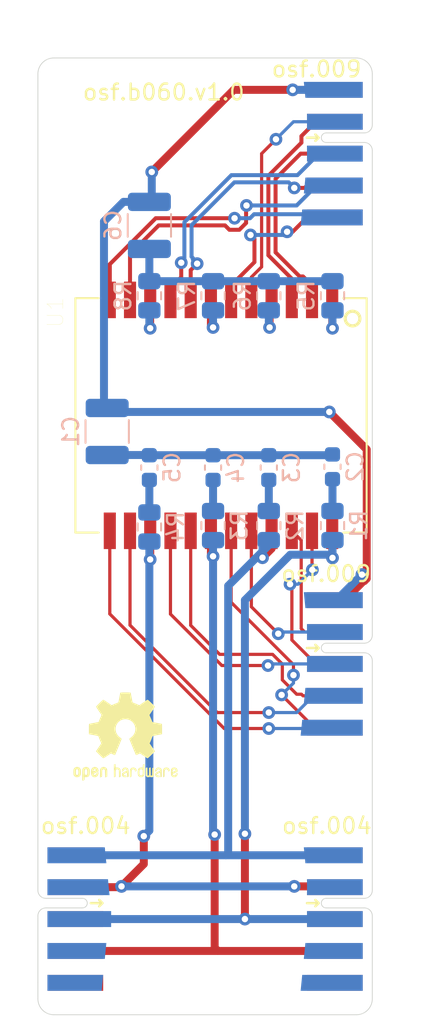
<source format=kicad_pcb>
(kicad_pcb (version 20211014) (generator pcbnew)
  (layers (0 "F.Cu" signal) (31 "B.Cu" signal) (34 "B.Paste" user) (35 "F.Paste" user) (36 "B.SilkS" user "B.Silkscreen") (37 "F.SilkS" user "F.Silkscreen") (38 "B.Mask" user) (39 "F.Mask" user) (44 "Edge.Cuts" user))
  (net 0 "")
  (net 1 "Net-(C1-Pad2)")
  (net 2 "Earth")
  (net 3 "Net-(C2-Pad1)")
  (net 4 "Net-(C3-Pad1)")
  (net 5 "Net-(C4-Pad1)")
  (net 6 "Net-(C5-Pad1)")
  (net 7 "Net-(C6-Pad2)")
  (net 8 "/CT_78")
  (net 9 "/CT_45")
  (net 10 "/CT_36")
  (net 11 "/CT_12")
  (net 12 "Net-(R5-Pad2)")
  (net 13 "Net-(R6-Pad2)")
  (net 14 "Net-(R7-Pad2)")
  (net 15 "Net-(R8-Pad2)")
  (net 16 "Net-(J19-Pad2)")
  (net 17 "Net-(J19-Pad7)")
  (net 18 "Net-(J19-Pad8)")
  (net 19 "Net-(J19-Pad9)")
  (net 20 "Net-(J19-Pad5)")
  (net 21 "Net-(J19-Pad4)")
  (net 22 "Net-(J19-Pad10)")
  (net 23 "Net-(J21-Pad10)")
  (net 24 "Net-(J21-Pad4)")
  (net 25 "Net-(J21-Pad5)")
  (net 26 "Net-(J21-Pad9)")
  (net 27 "Net-(J21-Pad8)")
  (net 28 "Net-(J21-Pad7)")
  (net 29 "Net-(J21-Pad2)")
  (net 30 "Net-(J19-Pad3)")
  (net 31 "Net-(J21-Pad3)")
  (footprint "AI-footprints:XFMR_7490220122" (layer "F.Cu") (at 141 119.4125 -90)
    (fp_text reference "U1" (at -6.4625 10.4 90) (layer "F.SilkS") (effects (font (thickness 0.015))))
    (fp_text value "WE7490220122")
    (pad "1" smd rect locked (at -7.24 -6.985 270) (size 2.29 0.76) (layers "F.Cu" "F.Paste" "F.Mask") (net 12 "Net-(R5-Pad2)"))
    (pad "2" smd rect locked (at -7.24 -5.715 270) (size 2.29 0.76) (layers "F.Cu" "F.Paste" "F.Mask") (net 31 "Net-(J21-Pad3)"))
    (pad "3" smd rect locked (at -7.24 -4.445 270) (size 2.29 0.76) (layers "F.Cu" "F.Paste" "F.Mask") (net 29 "Net-(J21-Pad2)"))
    (pad "4" smd rect locked (at -7.24 -3.175 270) (size 2.29 0.76) (layers "F.Cu" "F.Paste" "F.Mask") (net 13 "Net-(R6-Pad2)"))
    (pad "5" smd rect locked (at -7.24 -1.905 270) (size 2.29 0.76) (layers "F.Cu" "F.Paste" "F.Mask") (net 28 "Net-(J21-Pad7)"))
    (pad "6" smd rect locked (at -7.24 -0.635 270) (size 2.29 0.76) (layers "F.Cu" "F.Paste" "F.Mask") (net 25 "Net-(J21-Pad5)"))
    (pad "7" smd rect locked (at -7.24 0.635 270) (size 2.29 0.76) (layers "F.Cu" "F.Paste" "F.Mask") (net 14 "Net-(R7-Pad2)"))
    (pad "8" smd rect locked (at -7.24 1.905 270) (size 2.29 0.76) (layers "F.Cu" "F.Paste" "F.Mask") (net 24 "Net-(J21-Pad4)"))
    (pad "9" smd rect locked (at -7.24 3.175 270) (size 2.29 0.76) (layers "F.Cu" "F.Paste" "F.Mask") (net 27 "Net-(J21-Pad8)"))
    (pad "10" smd rect locked (at -7.24 4.445 270) (size 2.29 0.76) (layers "F.Cu" "F.Paste" "F.Mask") (net 15 "Net-(R8-Pad2)"))
    (pad "11" smd rect locked (at -7.24 5.715 270) (size 2.29 0.76) (layers "F.Cu" "F.Paste" "F.Mask") (net 26 "Net-(J21-Pad9)"))
    (pad "12" smd rect locked (at -7.24 6.985 270) (size 2.29 0.76) (layers "F.Cu" "F.Paste" "F.Mask") (net 23 "Net-(J21-Pad10)"))
    (pad "13" smd rect locked (at 7.24 6.985 270) (size 2.29 0.76) (layers "F.Cu" "F.Paste" "F.Mask") (net 22 "Net-(J19-Pad10)"))
    (pad "14" smd rect locked (at 7.24 5.715 270) (size 2.29 0.76) (layers "F.Cu" "F.Paste" "F.Mask") (net 19 "Net-(J19-Pad9)"))
    (pad "15" smd rect locked (at 7.24 4.445 270) (size 2.29 0.76) (layers "F.Cu" "F.Paste" "F.Mask") (net 11 "/CT_12"))
    (pad "16" smd rect locked (at 7.24 3.175 270) (size 2.29 0.76) (layers "F.Cu" "F.Paste" "F.Mask") (net 18 "Net-(J19-Pad8)"))
    (pad "17" smd rect locked (at 7.24 1.905 270) (size 2.29 0.76) (layers "F.Cu" "F.Paste" "F.Mask") (net 21 "Net-(J19-Pad4)"))
    (pad "18" smd rect locked (at 7.24 0.635 270) (size 2.29 0.76) (layers "F.Cu" "F.Paste" "F.Mask") (net 10 "/CT_36"))
    (pad "19" smd rect locked (at 7.24 -0.635 270) (size 2.29 0.76) (layers "F.Cu" "F.Paste" "F.Mask") (net 20 "Net-(J19-Pad5)"))
    (pad "20" smd rect locked (at 7.24 -1.905 270) (size 2.29 0.76) (layers "F.Cu" "F.Paste" "F.Mask") (net 17 "Net-(J19-Pad7)"))
    (pad "21" smd rect locked (at 7.24 -3.175 270) (size 2.29 0.76) (layers "F.Cu" "F.Paste" "F.Mask") (net 9 "/CT_45"))
    (pad "22" smd rect locked (at 7.24 -4.445 270) (size 2.29 0.76) (layers "F.Cu" "F.Paste" "F.Mask") (net 16 "Net-(J19-Pad2)"))
    (pad "23" smd rect locked (at 7.24 -5.715 270) (size 2.29 0.76) (layers "F.Cu" "F.Paste" "F.Mask") (net 30 "Net-(J19-Pad3)"))
    (pad "24" smd rect locked (at 7.24 -6.985 270) (size 2.29 0.76) (layers "F.Cu" "F.Paste" "F.Mask") (net 8 "/CT_78"))
  )
  (footprint "on_edge:on_edge_2x05_host" (layer "F.Cu") (at 150.5 135 -90)
    (fp_text reference "J19")
    (fp_text value "009_1000BASE-T_2x5")
    (fp_line (start -1.3 0.5) (end -1.3 2.9) (layer "Edge.Cuts") (width 0.05))
    (fp_line (start -4 0) (end -1.8 0) (layer "Edge.Cuts") (width 0.05))
    (fp_line (start -0.2 0) (end 4 0) (layer "Edge.Cuts") (width 0.05))
    (fp_line (start -0.7 2.9) (end -0.7 0.5) (layer "Edge.Cuts") (width 0.05))
    (fp_arc (start -0.7 0.5) (mid -0.553553 0.146447) (end -0.2 0) (layer "Edge.Cuts") (width 0.05))
    (fp_arc (start -0.7 2.9) (mid -1 3.2) (end -1.3 2.9) (layer "Edge.Cuts") (width 0.05))
    (fp_arc (start -1.8 0) (mid -1.446447 0.146447) (end -1.3 0.5) (layer "Edge.Cuts") (width 0.05))
    (pad "1" smd rect (at -4 2.35 270) (size 1 3.5) (layers "F.Cu" "F.Mask") (net 2 "Earth"))
    (pad "2" smd rect (at -2 2.35 270) (size 1 3.5) (layers "F.Cu" "F.Mask") (net 16 "Net-(J19-Pad2)"))
    (pad "3" smd rect (at 0 2.35 270) (size 1 3.5) (layers "F.Cu" "F.Mask") (net 30 "Net-(J19-Pad3)"))
    (pad "4" smd rect (at 2 2.35 270) (size 1 3.5) (layers "F.Cu" "F.Mask") (net 21 "Net-(J19-Pad4)"))
    (pad "5" smd rect (at 4 2.35 270) (size 1 3.5) (layers "F.Cu" "F.Mask") (net 20 "Net-(J19-Pad5)"))
    (pad "6" smd custom (at -4 2.4 90) (size 1 3.6) (layers "B.Cu" "B.Mask") (net 2 "Earth") (options (clearance outline) (anchor rect)) (primitives (gr_poly (pts (xy 0.5 -1.8) (xy -0.5 -1.8) (xy 0.5 -1.9)) (width 0) (fill yes))))
    (pad "7" smd rect (at -2 2.35 90) (size 1 3.5) (layers "B.Cu" "B.Mask") (net 17 "Net-(J19-Pad7)"))
    (pad "8" smd rect (at 0 2.35 90) (size 1 3.5) (layers "B.Cu" "B.Mask") (net 18 "Net-(J19-Pad8)"))
    (pad "9" smd custom (at 2 2.4 90) (size 1 3.6) (layers "B.Cu" "B.Mask") (net 19 "Net-(J19-Pad9)") (options (clearance outline) (anchor rect)) (primitives (gr_poly (pts (xy 0.5 -1.8) (xy -0.5 -1.8) (xy -0.5 -1.9)) (width 0) (fill yes))))
    (pad "10" smd custom (at 4 2.5 90) (size 1 3.8) (layers "B.Cu" "B.Mask") (net 22 "Net-(J19-Pad10)") (options (clearance outline) (anchor rect)) (primitives (gr_poly (pts (xy 0.5 -1.9) (xy -0.5 -1.9) (xy -0.5 -2)) (width 0) (fill yes))))
  )
  (footprint "on_edge:on_edge_2x05_host" (layer "F.Cu") (at 150.5 151 -90)
    (fp_text reference "J20")
    (fp_text value "004_BASE-T_CT_2x3")
    (fp_line (start -0.2 0) (end 4 0) (layer "Edge.Cuts") (width 0.05))
    (fp_line (start -1.3 0.5) (end -1.3 2.9) (layer "Edge.Cuts") (width 0.05))
    (fp_line (start -4 0) (end -1.8 0) (layer "Edge.Cuts") (width 0.05))
    (fp_line (start -0.7 2.9) (end -0.7 0.5) (layer "Edge.Cuts") (width 0.05))
    (fp_arc (start -0.7 0.5) (mid -0.553553 0.146447) (end -0.2 0) (layer "Edge.Cuts") (width 0.05))
    (fp_arc (start -1.8 0) (mid -1.446447 0.146447) (end -1.3 0.5) (layer "Edge.Cuts") (width 0.05))
    (fp_arc (start -0.7 2.9) (mid -1 3.2) (end -1.3 2.9) (layer "Edge.Cuts") (width 0.05))
    (pad "1" smd rect (at -4 2.35 270) (size 1 3.5) (layers "F.Cu" "F.Mask"))
    (pad "2" smd rect (at -2 2.35 270) (size 1 3.5) (layers "F.Cu" "F.Mask") (net 11 "/CT_12"))
    (pad "3" smd rect (at 0 2.35 270) (size 1 3.5) (layers "F.Cu" "F.Mask"))
    (pad "4" smd rect (at 2 2.35 270) (size 1 3.5) (layers "F.Cu" "F.Mask") (net 10 "/CT_36"))
    (pad "5" smd rect (at 4 2.35 270) (size 1 3.5) (layers "F.Cu" "F.Mask"))
    (pad "6" smd custom (at -4 2.4 90) (size 1 3.6) (layers "B.Cu" "B.Mask") (net 9 "/CT_45") (options (clearance outline) (anchor rect)) (primitives (gr_poly (pts (xy 0.5 -1.8) (xy -0.5 -1.8) (xy 0.5 -1.9)) (width 0) (fill yes))))
    (pad "7" smd rect (at -2 2.35 90) (size 1 3.5) (layers "B.Cu" "B.Mask"))
    (pad "8" smd rect (at 0 2.35 90) (size 1 3.5) (layers "B.Cu" "B.Mask") (net 8 "/CT_78"))
    (pad "9" smd custom (at 2 2.4 90) (size 1 3.6) (layers "B.Cu" "B.Mask") (options (clearance outline) (anchor rect)) (primitives (gr_poly (pts (xy 0.5 -1.8) (xy -0.5 -1.8) (xy -0.5 -1.9)) (width 0) (fill yes))))
    (pad "10" smd custom (at 4 2.5 90) (size 1 3.8) (layers "B.Cu" "B.Mask") (options (clearance outline) (anchor rect)) (primitives (gr_poly (pts (xy 0.5 -1.9) (xy -0.5 -1.9) (xy -0.5 -2)) (width 0) (fill yes))))
  )
  (footprint "on_edge:on_edge_2x05_host" (layer "F.Cu") (at 150.5 103 -90)
    (fp_text reference "J21")
    (fp_text value "009_1000BASE-T_2x5")
    (fp_line (start -1.3 0.5) (end -1.3 2.9) (layer "Edge.Cuts") (width 0.05))
    (fp_line (start -4 0) (end -1.8 0) (layer "Edge.Cuts") (width 0.05))
    (fp_line (start -0.7 2.9) (end -0.7 0.5) (layer "Edge.Cuts") (width 0.05))
    (fp_line (start -0.2 0) (end 4 0) (layer "Edge.Cuts") (width 0.05))
    (fp_arc (start -0.7 0.5) (mid -0.553553 0.146447) (end -0.2 0) (layer "Edge.Cuts") (width 0.05))
    (fp_arc (start -1.8 0) (mid -1.446447 0.146447) (end -1.3 0.5) (layer "Edge.Cuts") (width 0.05))
    (fp_arc (start -0.7 2.9) (mid -1 3.2) (end -1.3 2.9) (layer "Edge.Cuts") (width 0.05))
    (pad "1" smd rect (at -4 2.35 270) (size 1 3.5) (layers "F.Cu" "F.Mask") (net 2 "Earth"))
    (pad "2" smd rect (at -2 2.35 270) (size 1 3.5) (layers "F.Cu" "F.Mask") (net 29 "Net-(J21-Pad2)"))
    (pad "3" smd rect (at 0 2.35 270) (size 1 3.5) (layers "F.Cu" "F.Mask") (net 31 "Net-(J21-Pad3)"))
    (pad "4" smd rect (at 2 2.35 270) (size 1 3.5) (layers "F.Cu" "F.Mask") (net 24 "Net-(J21-Pad4)"))
    (pad "5" smd rect (at 4 2.35 270) (size 1 3.5) (layers "F.Cu" "F.Mask") (net 25 "Net-(J21-Pad5)"))
    (pad "6" smd custom (at -4 2.4 90) (size 1 3.6) (layers "B.Cu" "B.Mask") (net 2 "Earth") (options (clearance outline) (anchor rect)) (primitives (gr_poly (pts (xy 0.5 -1.8) (xy -0.5 -1.8) (xy 0.5 -1.9)) (width 0) (fill yes))))
    (pad "7" smd rect (at -2 2.35 90) (size 1 3.5) (layers "B.Cu" "B.Mask") (net 28 "Net-(J21-Pad7)"))
    (pad "8" smd rect (at 0 2.35 90) (size 1 3.5) (layers "B.Cu" "B.Mask") (net 27 "Net-(J21-Pad8)"))
    (pad "9" smd custom (at 2 2.4 90) (size 1 3.6) (layers "B.Cu" "B.Mask") (net 26 "Net-(J21-Pad9)") (options (clearance outline) (anchor rect)) (primitives (gr_poly (pts (xy 0.5 -1.8) (xy -0.5 -1.8) (xy -0.5 -1.9)) (width 0) (fill yes))))
    (pad "10" smd custom (at 4 2.5 90) (size 1 3.8) (layers "B.Cu" "B.Mask") (net 23 "Net-(J21-Pad10)") (options (clearance outline) (anchor rect)) (primitives (gr_poly (pts (xy 0.5 -1.9) (xy -0.5 -1.9) (xy -0.5 -2)) (width 0) (fill yes))))
  )
  (footprint "on_edge:on_edge_2x05_device" (layer "F.Cu") (at 129.5 151 -90)
    (fp_text reference "J1")
    (fp_text value "004_BASE-T_CT_2x3")
    (fp_line (start -4 0) (end -1.8 0) (layer "Edge.Cuts") (width 0.05))
    (fp_line (start -0.7 -0.5) (end -0.7 -2.8) (layer "Edge.Cuts") (width 0.05))
    (fp_line (start -1.3 -2.8) (end -1.3 -0.5) (layer "Edge.Cuts") (width 0.05))
    (fp_line (start -0.2 0) (end 4 0) (layer "Edge.Cuts") (width 0.05))
    (fp_arc (start -0.2 0) (mid -0.553553 -0.146447) (end -0.7 -0.5) (layer "Edge.Cuts") (width 0.05))
    (fp_arc (start -1.3 -0.5) (mid -1.446447 -0.146447) (end -1.8 0) (layer "Edge.Cuts") (width 0.05))
    (fp_arc (start -1.3 -2.8) (mid -1 -3.1) (end -0.7 -2.8) (layer "Edge.Cuts") (width 0.05))
    (pad "1" smd rect (at -4 -2.35 90) (size 1 3.5) (layers "F.Cu" "F.Mask"))
    (pad "2" smd rect (at -2 -2.35 270) (size 1 3.5) (layers "F.Cu" "F.Mask") (net 11 "/CT_12"))
    (pad "3" smd rect (at 0 -2.35 270) (size 1 3.5) (layers "F.Cu" "F.Mask"))
    (pad "4" smd rect (at 2 -2.35 90) (size 1 3.5) (layers "F.Cu" "F.Mask") (net 10 "/CT_36"))
    (pad "5" smd rect (at 4 -2.35 90) (size 1 3.5) (layers "F.Cu" "F.Mask"))
    (pad "6" smd custom (at -4 -2.4 270) (size 1 3.6) (layers "B.Cu" "B.Mask") (net 9 "/CT_45") (options (clearance outline) (anchor rect)) (primitives (gr_poly (pts (xy 0.5 -1.8) (xy 0.5 -1.9) (xy -0.5 -1.8)) (width 0) (fill yes))))
    (pad "7" smd custom (at -2 -2.1 270) (size 1 3) (layers "B.Cu" "B.Mask") (options (clearance outline) (anchor rect)) (primitives (gr_poly (pts (xy 0.3 -0.51) (xy 0.31 -0.62) (xy 0.33 -0.7) (xy 0.35 -0.76) (xy 0.37 -0.81) (xy 0.4 -0.86) (xy 0.44 -0.92) (xy 0.48 -0.97) (xy 0.5 -0.99) (xy 0.5 -2.4) (xy -0.5 -2.3) (xy -0.5 1.5) (xy 0.3 1.5)) (width 0) (fill yes))))
    (pad "8" smd rect (at 0 -2.6 270) (size 1 4) (layers "B.Cu" "B.Mask") (net 8 "/CT_78"))
    (pad "9" smd custom (at 2 -2.4 270) (size 1 3.6) (layers "B.Cu" "B.Mask") (options (clearance outline) (anchor rect)) (primitives (gr_poly (pts (xy -0.5 -1.8) (xy -0.5 -1.9) (xy 0.5 -1.8)) (width 0) (fill yes))))
    (pad "10" smd custom (at 4 -2.3 270) (size 1 3.4) (layers "B.Cu" "B.Mask") (options (clearance outline) (anchor rect)) (primitives (gr_poly (pts (xy -0.5 -1.7) (xy -0.5 -1.8) (xy 0.5 -1.7)) (width 0) (fill yes))))
  )
  (footprint "Symbol:OSHW-Logo2_7.3x6mm_SilkScreen" (layer "F.Cu") (at 135 139.55)
    (fp_text reference "l1" hide)
    (fp_text value "Logo_Open_Hardware_Large" hide)
  )
  (footprint "Capacitor_SMD:C_1210_3225Metric" (layer "B.Cu") (at 133.85 120.425 -90)
    (fp_text reference "C1" (at 0 2.28 90) (layer "B.SilkS") (effects (justify mirror)))
    (fp_text value "1nF_2kV")
    (pad "1" smd roundrect (at -1.475 0 270) (size 1.15 2.7) (layers "B.Cu" "B.Paste" "B.Mask") (roundrect_rratio 0.217391) (net 2 "Earth"))
    (pad "2" smd roundrect (at 1.475 0 270) (size 1.15 2.7) (layers "B.Cu" "B.Paste" "B.Mask") (roundrect_rratio 0.217391) (net 1 "Net-(C1-Pad2)"))
  )
  (footprint "Capacitor_SMD:C_0603_1608Metric" (layer "B.Cu") (at 148 122.6375 90)
    (fp_text reference "C2" (at 0 1.43 90) (layer "B.SilkS") (effects (justify mirror)))
    (fp_text value "10nF_100V")
    (pad "1" smd roundrect (at -0.775 0 90) (size 0.9 0.95) (layers "B.Cu" "B.Paste" "B.Mask") (net 3 "Net-(C2-Pad1)"))
    (pad "2" smd roundrect (at 0.775 0 90) (size 0.9 0.95) (layers "B.Cu" "B.Paste" "B.Mask") (net 1 "Net-(C1-Pad2)"))
  )
  (footprint "Capacitor_SMD:C_0603_1608Metric" (layer "B.Cu") (at 144 122.6875 90)
    (fp_text reference "C3" (at 0 1.43 90) (layer "B.SilkS") (effects (justify mirror)))
    (fp_text value "10nF_100V")
    (pad "1" smd roundrect (at -0.775 0 90) (size 0.9 0.95) (layers "B.Cu" "B.Paste" "B.Mask") (net 4 "Net-(C3-Pad1)"))
    (pad "2" smd roundrect (at 0.775 0 90) (size 0.9 0.95) (layers "B.Cu" "B.Paste" "B.Mask") (net 1 "Net-(C1-Pad2)"))
  )
  (footprint "Capacitor_SMD:C_0603_1608Metric" (layer "B.Cu") (at 140.5 122.6875 90)
    (fp_text reference "C4" (at 0 1.43 90) (layer "B.SilkS") (effects (justify mirror)))
    (fp_text value "10nF_100V")
    (pad "1" smd roundrect (at -0.775 0 90) (size 0.9 0.95) (layers "B.Cu" "B.Paste" "B.Mask") (net 5 "Net-(C4-Pad1)"))
    (pad "2" smd roundrect (at 0.775 0 90) (size 0.9 0.95) (layers "B.Cu" "B.Paste" "B.Mask") (net 1 "Net-(C1-Pad2)"))
  )
  (footprint "Capacitor_SMD:C_0603_1608Metric" (layer "B.Cu") (at 136.5 122.6875 90)
    (fp_text reference "C5" (at 0 1.43 90) (layer "B.SilkS") (effects (justify mirror)))
    (fp_text value "10nF_100V")
    (pad "1" smd roundrect (at -0.775 0 90) (size 0.9 0.95) (layers "B.Cu" "B.Paste" "B.Mask") (net 6 "Net-(C5-Pad1)"))
    (pad "2" smd roundrect (at 0.775 0 90) (size 0.9 0.95) (layers "B.Cu" "B.Paste" "B.Mask") (net 1 "Net-(C1-Pad2)"))
  )
  (footprint "Capacitor_SMD:C_1210_3225Metric" (layer "B.Cu") (at 136.5 107.5 -90)
    (fp_text reference "C6" (at 0 2.28 90) (layer "B.SilkS") (effects (justify mirror)))
    (fp_text value "1nF_2kV")
    (pad "1" smd roundrect (at -1.475 0 270) (size 1.15 2.7) (layers "B.Cu" "B.Paste" "B.Mask") (roundrect_rratio 0.217391) (net 2 "Earth"))
    (pad "2" smd roundrect (at 1.475 0 270) (size 1.15 2.7) (layers "B.Cu" "B.Paste" "B.Mask") (roundrect_rratio 0.217391) (net 7 "Net-(C6-Pad2)"))
  )
  (footprint "Resistor_SMD:R_0805_2012Metric" (layer "B.Cu") (at 144 126.325 90)
    (fp_text reference "R2" (at 0 1.65 90) (layer "B.SilkS") (effects (justify mirror)))
    (fp_text value "75R")
    (pad "1" smd roundrect (at -0.9125 0 90) (size 1.025 1.4) (layers "B.Cu" "B.Paste" "B.Mask") (roundrect_rratio 0.243902) (net 9 "/CT_45"))
    (pad "2" smd roundrect (at 0.9125 0 90) (size 1.025 1.4) (layers "B.Cu" "B.Paste" "B.Mask") (roundrect_rratio 0.243902) (net 4 "Net-(C3-Pad1)"))
  )
  (footprint "Resistor_SMD:R_0805_2012Metric" (layer "B.Cu") (at 140.5 126.325 90)
    (fp_text reference "R3" (at 0 1.65 90) (layer "B.SilkS") (effects (justify mirror)))
    (fp_text value "75R")
    (pad "1" smd roundrect (at -0.9125 0 90) (size 1.025 1.4) (layers "B.Cu" "B.Paste" "B.Mask") (roundrect_rratio 0.243902) (net 10 "/CT_36"))
    (pad "2" smd roundrect (at 0.9125 0 90) (size 1.025 1.4) (layers "B.Cu" "B.Paste" "B.Mask") (roundrect_rratio 0.243902) (net 5 "Net-(C4-Pad1)"))
  )
  (footprint "Resistor_SMD:R_0805_2012Metric" (layer "B.Cu") (at 136.5 126.4125 90)
    (fp_text reference "R4" (at 0 1.65 90) (layer "B.SilkS") (effects (justify mirror)))
    (fp_text value "75R")
    (pad "1" smd roundrect (at -0.9125 0 90) (size 1.025 1.4) (layers "B.Cu" "B.Paste" "B.Mask") (roundrect_rratio 0.243902) (net 11 "/CT_12"))
    (pad "2" smd roundrect (at 0.9125 0 90) (size 1.025 1.4) (layers "B.Cu" "B.Paste" "B.Mask") (roundrect_rratio 0.243902) (net 6 "Net-(C5-Pad1)"))
  )
  (footprint "Resistor_SMD:R_0805_2012Metric" (layer "B.Cu") (at 148 111.9125 -90)
    (fp_text reference "R5" (at 0 1.65 90) (layer "B.SilkS") (effects (justify mirror)))
    (fp_text value "75R")
    (pad "1" smd roundrect (at -0.9125 0 270) (size 1.025 1.4) (layers "B.Cu" "B.Paste" "B.Mask") (roundrect_rratio 0.243902) (net 7 "Net-(C6-Pad2)"))
    (pad "2" smd roundrect (at 0.9125 0 270) (size 1.025 1.4) (layers "B.Cu" "B.Paste" "B.Mask") (roundrect_rratio 0.243902) (net 12 "Net-(R5-Pad2)"))
  )
  (footprint "Resistor_SMD:R_0805_2012Metric" (layer "B.Cu") (at 144 111.9125 -90)
    (fp_text reference "R6" (at 0 1.65 90) (layer "B.SilkS") (effects (justify mirror)))
    (fp_text value "75R")
    (pad "1" smd roundrect (at -0.9125 0 270) (size 1.025 1.4) (layers "B.Cu" "B.Paste" "B.Mask") (roundrect_rratio 0.243902) (net 7 "Net-(C6-Pad2)"))
    (pad "2" smd roundrect (at 0.9125 0 270) (size 1.025 1.4) (layers "B.Cu" "B.Paste" "B.Mask") (roundrect_rratio 0.243902) (net 13 "Net-(R6-Pad2)"))
  )
  (footprint "Resistor_SMD:R_0805_2012Metric" (layer "B.Cu") (at 140.5 111.9125 -90)
    (fp_text reference "R7" (at 0 1.65 90) (layer "B.SilkS") (effects (justify mirror)))
    (fp_text value "75R")
    (pad "1" smd roundrect (at -0.9125 0 270) (size 1.025 1.4) (layers "B.Cu" "B.Paste" "B.Mask") (roundrect_rratio 0.243902) (net 7 "Net-(C6-Pad2)"))
    (pad "2" smd roundrect (at 0.9125 0 270) (size 1.025 1.4) (layers "B.Cu" "B.Paste" "B.Mask") (roundrect_rratio 0.243902) (net 14 "Net-(R7-Pad2)"))
  )
  (footprint "Resistor_SMD:R_0805_2012Metric" (layer "B.Cu") (at 136.5 111.9125 -90)
    (fp_text reference "R8" (at 0 1.65 90) (layer "B.SilkS") (effects (justify mirror)))
    (fp_text value "75R")
    (pad "1" smd roundrect (at -0.9125 0 270) (size 1.025 1.4) (layers "B.Cu" "B.Paste" "B.Mask") (roundrect_rratio 0.243902) (net 7 "Net-(C6-Pad2)"))
    (pad "2" smd roundrect (at 0.9125 0 270) (size 1.025 1.4) (layers "B.Cu" "B.Paste" "B.Mask") (roundrect_rratio 0.243902) (net 15 "Net-(R8-Pad2)"))
  )
  (footprint "Resistor_SMD:R_0805_2012Metric" (layer "B.Cu") (at 148 126.325 90)
    (fp_text reference "R1" (at 0 1.65 90) (layer "B.SilkS") (effects (justify mirror)))
    (fp_text value "75R")
    (pad "1" smd roundrect (at -0.9125 0 90) (size 1.025 1.4) (layers "B.Cu" "B.Paste" "B.Mask") (roundrect_rratio 0.243902) (net 8 "/CT_78"))
    (pad "2" smd roundrect (at 0.9125 0 90) (size 1.025 1.4) (layers "B.Cu" "B.Paste" "B.Mask") (roundrect_rratio 0.243902) (net 3 "Net-(C2-Pad1)"))
  )
  (gr_arc (start 130.5 157) (mid 129.792893 156.707107) (end 129.5 156) (layer "Edge.Cuts") (width 0.05))
  (gr_line (start 149.5 97) (end 130.5 97) (layer "Edge.Cuts") (width 0.05))
  (gr_line (start 149.5 157) (end 130.5 157) (layer "Edge.Cuts") (width 0.05))
  (gr_line (start 150.5 98.5) (end 150.5 98) (layer "Edge.Cuts") (width 0.05))
  (gr_line (start 150.5 99) (end 150.5 98.5) (layer "Edge.Cuts") (width 0.05))
  (gr_line (start 150.5 139) (end 150.5 147) (layer "Edge.Cuts") (width 0.05))
  (gr_arc (start 149.5 97) (mid 150.207107 97.292893) (end 150.5 98) (layer "Edge.Cuts") (width 0.05))
  (gr_line (start 129.5 155) (end 129.5 156) (layer "Edge.Cuts") (width 0.05))
  (gr_arc (start 150.5 156) (mid 150.207107 156.707107) (end 149.5 157) (layer "Edge.Cuts") (width 0.05))
  (gr_line (start 150.5 155) (end 150.5 156) (layer "Edge.Cuts") (width 0.05))
  (gr_line (start 150.5 107) (end 150.5 131) (layer "Edge.Cuts") (width 0.05))
  (gr_line (start 129.5 147) (end 129.5 98) (layer "Edge.Cuts") (width 0.05))
  (gr_arc (start 129.5 98) (mid 129.792893 97.292893) (end 130.5 97) (layer "Edge.Cuts") (width 0.05))
  (gr_text "osf.004" (at 147.65 145.15) (layer "F.SilkS") (effects (font (size 1 1))))
  (gr_text "osf.004" (at 132.5 145.15) (layer "F.SilkS") (effects (font (size 1 1))))
  (gr_text "osf.009" (at 147.6 129.35) (layer "F.SilkS") (effects (font (size 1 1))))
  (gr_text "osf.009" (at 147 97.7) (layer "F.SilkS") (effects (font (size 1 1))))
  (gr_text "osf.b060.v1.0" (at 137.4 99.15) (layer "F.SilkS") (effects (font (size 1 1))))
  (segment (start 136.4875 121.9) (end 136.5 121.9125) (width 0.5) (layer "B.Cu") (net 1))
  (segment (start 147.95 121.9125) (end 148 121.8625) (width 0.5) (layer "B.Cu") (net 1))
  (segment (start 133.85 121.9) (end 136.4875 121.9) (width 0.5) (layer "B.Cu") (net 1))
  (segment (start 136.5 121.9125) (end 140.5 121.9125) (width 0.5) (layer "B.Cu") (net 1))
  (segment (start 144 121.9125) (end 147.95 121.9125) (width 0.5) (layer "B.Cu") (net 1))
  (segment (start 140.5 121.9125) (end 144 121.9125) (width 0.5) (layer "B.Cu") (net 1))
  (segment (start 149.95 129.8) (end 150 129.8) (width 0.5) (layer "F.Cu") (net 2))
  (segment (start 148.75 131) (end 149.95 129.8) (width 0.5) (layer "F.Cu") (net 2))
  (segment (start 149.85 129.4) (end 150.1 129.65) (width 0.5) (layer "F.Cu") (net 2))
  (segment (start 148.15 131) (end 148.75 131) (width 0.5) (layer "F.Cu") (net 2))
  (segment (start 150.15 129.65) (end 150.15 122.65) (width 0.5) (layer "F.Cu") (net 2))
  (segment (start 141.8 99) (end 136.65 104.15) (width 0.5) (layer "F.Cu") (net 2))
  (segment (start 150.15 122.65) (end 150.15 121.55) (width 0.5) (layer "F.Cu") (net 2))
  (segment (start 150 129.8) (end 150.15 129.65) (width 0.5) (layer "F.Cu") (net 2))
  (segment (start 150.1 129.65) (end 150.15 129.65) (width 0.5) (layer "F.Cu") (net 2))
  (segment (start 148.15 99) (end 145.5 99) (width 0.5) (layer "F.Cu") (net 2))
  (segment (start 145.5 99) (end 141.8 99) (width 0.5) (layer "F.Cu") (net 2))
  (segment (start 150.15 121.55) (end 147.8 119.2) (width 0.5) (layer "F.Cu") (net 2))
  (via (at 149.85 129.4) (size 0.8) (drill 0.4) (layers "F.Cu" "B.Cu") (net 2))
  (via (at 136.65 104.15) (size 0.8) (drill 0.4) (layers "F.Cu" "B.Cu") (net 2))
  (via (at 147.8 119.2) (size 0.8) (drill 0.4) (layers "F.Cu" "B.Cu") (net 2))
  (via (at 145.5 99) (size 0.8) (drill 0.4) (layers "F.Cu" "B.Cu") (net 2))
  (segment (start 136.65 104.15) (end 136.65 105.875) (width 0.5) (layer "B.Cu") (net 2))
  (segment (start 148.25 131) (end 149.85 129.4) (width 0.5) (layer "B.Cu") (net 2))
  (segment (start 148.1 99) (end 145.5 99) (width 0.5) (layer "B.Cu") (net 2))
  (segment (start 147.8 119.2) (end 134.1 119.2) (width 0.5) (layer "B.Cu") (net 2))
  (segment (start 134.875 106.025) (end 133.65 107.25) (width 0.5) (layer "B.Cu") (net 2))
  (segment (start 136.5 106.025) (end 134.875 106.025) (width 0.5) (layer "B.Cu") (net 2))
  (segment (start 133.65 107.25) (end 133.65 118.75) (width 0.5) (layer "B.Cu") (net 2))
  (segment (start 133.65 118.75) (end 133.85 118.95) (width 0.5) (layer "B.Cu") (net 2))
  (segment (start 148.1 131) (end 148.25 131) (width 0.5) (layer "B.Cu") (net 2))
  (segment (start 136.65 105.875) (end 136.5 106.025) (width 0.5) (layer "B.Cu") (net 2))
  (segment (start 134.1 119.2) (end 133.85 118.95) (width 0.5) (layer "B.Cu") (net 2))
  (segment (start 148 123.4125) (end 148 125.4125) (width 0.5) (layer "B.Cu") (net 3))
  (segment (start 144 123.4625) (end 144 125.4125) (width 0.5) (layer "B.Cu") (net 4))
  (segment (start 140.5 123.4625) (end 140.5 125.4125) (width 0.5) (layer "B.Cu") (net 5))
  (segment (start 136.5 123.4625) (end 136.5 125.5) (width 0.5) (layer "B.Cu") (net 6))
  (segment (start 136.5 111) (end 136.5 108.975) (width 0.5) (layer "B.Cu") (net 7))
  (segment (start 140.5 111) (end 136.5 111) (width 0.5) (layer "B.Cu") (net 7))
  (segment (start 148 111) (end 144 111) (width 0.5) (layer "B.Cu") (net 7))
  (segment (start 144 111) (end 140.5 111) (width 0.5) (layer "B.Cu") (net 7))
  (segment (start 142.5 145.65) (end 142.5 151) (width 0.5) (layer "F.Cu") (net 8))
  (segment (start 147.985 128.335) (end 148 128.35) (width 0.5) (layer "F.Cu") (net 8))
  (segment (start 147.985 126.6525) (end 147.985 128.335) (width 0.5) (layer "F.Cu") (net 8))
  (via (at 142.5 151) (size 0.8) (drill 0.4) (layers "F.Cu" "B.Cu") (net 8))
  (via (at 142.5 145.65) (size 0.8) (drill 0.4) (layers "F.Cu" "B.Cu") (net 8))
  (via (at 148 128.35) (size 0.8) (drill 0.4) (layers "F.Cu" "B.Cu") (net 8))
  (segment (start 145.35 128.15) (end 142.5 131) (width 0.5) (layer "B.Cu") (net 8))
  (segment (start 148 128.35) (end 148 127.2375) (width 0.5) (layer "B.Cu") (net 8))
  (segment (start 142.5 151) (end 148.15 151) (width 0.5) (layer "B.Cu") (net 8))
  (segment (start 148 127.2375) (end 148 128.15) (width 0.5) (layer "B.Cu") (net 8))
  (segment (start 132.1 151) (end 142.5 151) (width 0.5) (layer "B.Cu") (net 8))
  (segment (start 142.5 131) (end 142.5 145.65) (width 0.5) (layer "B.Cu") (net 8))
  (segment (start 148 128.15) (end 145.35 128.15) (width 0.5) (layer "B.Cu") (net 8))
  (segment (start 144.175 126.6525) (end 144.175 127.767932) (width 0.5) (layer "F.Cu") (net 9))
  (segment (start 144.175 127.767932) (end 143.6045 128.338432) (width 0.5) (layer "F.Cu") (net 9))
  (via (at 143.6045 128.338432) (size 0.8) (drill 0.4) (layers "F.Cu" "B.Cu") (net 9))
  (segment (start 141.45 146.85) (end 141.3 147) (width 0.5) (layer "B.Cu") (net 9))
  (segment (start 143.6045 127.633) (end 144 127.2375) (width 0.5) (layer "B.Cu") (net 9))
  (segment (start 144 127.55) (end 141.45 130.1) (width 0.5) (layer "B.Cu") (net 9))
  (segment (start 143.6045 128.338432) (end 143.6045 127.633) (width 0.5) (layer "B.Cu") (net 9))
  (segment (start 144 127.2375) (end 144 127.55) (width 0.5) (layer "B.Cu") (net 9))
  (segment (start 131.9 147) (end 141.3 147) (width 0.5) (layer "B.Cu") (net 9))
  (segment (start 141.45 130.1) (end 141.45 146.85) (width 0.5) (layer "B.Cu") (net 9))
  (segment (start 141.3 147) (end 148.1 147) (width 0.5) (layer "B.Cu") (net 9))
  (segment (start 140.6 145.7) (end 140.6 152.8) (width 0.5) (layer "F.Cu") (net 10))
  (segment (start 140.8 153) (end 148.15 153) (width 0.5) (layer "F.Cu") (net 10))
  (segment (start 140.6 152.8) (end 140.8 153) (width 0.5) (layer "F.Cu") (net 10))
  (segment (start 140.365 128.115) (end 140.5 128.25) (width 0.5) (layer "F.Cu") (net 10))
  (segment (start 131.85 153) (end 140.8 153) (width 0.5) (layer "F.Cu") (net 10))
  (segment (start 140.365 126.6525) (end 140.365 128.115) (width 0.5) (layer "F.Cu") (net 10))
  (via (at 140.6 145.7) (size 0.8) (drill 0.4) (layers "F.Cu" "B.Cu") (net 10))
  (via (at 140.5 128.25) (size 0.8) (drill 0.4) (layers "F.Cu" "B.Cu") (net 10))
  (segment (start 140.5 145.6) (end 140.6 145.7) (width 0.5) (layer "B.Cu") (net 10))
  (segment (start 140.5 128.25) (end 140.5 145.6) (width 0.5) (layer "B.Cu") (net 10))
  (segment (start 140.5 127.2375) (end 140.5 128.25) (width 0.5) (layer "B.Cu") (net 10))
  (segment (start 136.15 145.8) (end 136.15 147.55) (width 0.5) (layer "F.Cu") (net 11))
  (segment (start 136.55 128.45) (end 136.555 128.445) (width 0.5) (layer "F.Cu") (net 11))
  (segment (start 145.6 148.95) (end 148.1 148.95) (width 0.5) (layer "F.Cu") (net 11))
  (segment (start 136.15 147.55) (end 134.75 148.95) (width 0.5) (layer "F.Cu") (net 11))
  (segment (start 148.1 148.95) (end 148.15 149) (width 0.5) (layer "F.Cu") (net 11))
  (segment (start 131.85 149) (end 134.7 149) (width 0.5) (layer "F.Cu") (net 11))
  (segment (start 136.555 128.445) (end 136.555 126.6525) (width 0.5) (layer "F.Cu") (net 11))
  (segment (start 134.7 149) (end 134.75 148.95) (width 0.5) (layer "F.Cu") (net 11))
  (via (at 136.15 145.8) (size 0.8) (drill 0.4) (layers "F.Cu" "B.Cu") (net 11))
  (via (at 136.55 128.45) (size 0.8) (drill 0.4) (layers "F.Cu" "B.Cu") (net 11))
  (via (at 145.6 148.95) (size 0.8) (drill 0.4) (layers "F.Cu" "B.Cu") (net 11))
  (via (at 134.75 148.95) (size 0.8) (drill 0.4) (layers "F.Cu" "B.Cu") (net 11))
  (segment (start 136.5 128.5) (end 136.5 145.45) (width 0.5) (layer "B.Cu") (net 11))
  (segment (start 136.5 145.45) (end 136.15 145.8) (width 0.5) (layer "B.Cu") (net 11))
  (segment (start 136.5 128.4) (end 136.55 128.45) (width 0.5) (layer "B.Cu") (net 11))
  (segment (start 136.55 128.45) (end 136.5 128.5) (width 0.5) (layer "B.Cu") (net 11))
  (segment (start 134.75 148.95) (end 145.6 148.95) (width 0.5) (layer "B.Cu") (net 11))
  (segment (start 136.5 127.325) (end 136.5 128.4) (width 0.5) (layer "B.Cu") (net 11))
  (segment (start 147.985 112.1725) (end 147.985 113.935) (width 0.5) (layer "F.Cu") (net 12))
  (segment (start 147.985 113.935) (end 148 113.95) (width 0.5) (layer "F.Cu") (net 12))
  (via (at 148 113.95) (size 0.8) (drill 0.4) (layers "F.Cu" "B.Cu") (net 12))
  (segment (start 148 113.95) (end 148 112.825) (width 0.5) (layer "B.Cu") (net 12))
  (segment (start 144.05 112.2975) (end 144.175 112.1725) (width 0.5) (layer "F.Cu") (net 13))
  (segment (start 144.05 113.9) (end 144.05 112.2975) (width 0.5) (layer "F.Cu") (net 13))
  (via (at 144.05 113.9) (size 0.8) (drill 0.4) (layers "F.Cu" "B.Cu") (net 13))
  (segment (start 144 113.85) (end 144.05 113.9) (width 0.5) (layer "B.Cu") (net 13))
  (segment (start 144 112.825) (end 144 113.85) (width 0.5) (layer "B.Cu") (net 13))
  (segment (start 140.365 113.765) (end 140.5 113.9) (width 0.5) (layer "F.Cu") (net 14))
  (segment (start 140.365 112.1725) (end 140.365 113.765) (width 0.5) (layer "F.Cu") (net 14))
  (via (at 140.5 113.9) (size 0.8) (drill 0.4) (layers "F.Cu" "B.Cu") (net 14))
  (segment (start 140.5 113.9) (end 140.5 112.825) (width 0.5) (layer "B.Cu") (net 14))
  (segment (start 136.55 113.95) (end 136.55 112.1775) (width 0.5) (layer "F.Cu") (net 15))
  (segment (start 136.55 112.1775) (end 136.555 112.1725) (width 0.5) (layer "F.Cu") (net 15))
  (via (at 136.55 113.95) (size 0.8) (drill 0.4) (layers "F.Cu" "B.Cu") (net 15))
  (segment (start 136.5 112.825) (end 136.5 113.9) (width 0.5) (layer "B.Cu") (net 15))
  (segment (start 136.5 113.9) (end 136.55 113.95) (width 0.5) (layer "B.Cu") (net 15))
  (segment (start 146.25 133) (end 148.15 133) (width 0.2) (layer "F.Cu") (net 16))
  (segment (start 146.035 127.2425) (end 146.035 132.785) (width 0.2) (layer "F.Cu") (net 16))
  (segment (start 145.445 126.6525) (end 146.035 127.2425) (width 0.2) (layer "F.Cu") (net 16))
  (segment (start 146.035 132.785) (end 146.25 133) (width 0.2) (layer "F.Cu") (net 16))
  (segment (start 142.905 131.415756) (end 144.594622 133.105378) (width 0.2) (layer "F.Cu") (net 17))
  (segment (start 142.905 126.6525) (end 142.905 131.415756) (width 0.2) (layer "F.Cu") (net 17))
  (via (at 144.594622 133.105378) (size 0.8) (drill 0.4) (layers "F.Cu" "B.Cu") (net 17))
  (segment (start 144.594622 133.105378) (end 144.7 133) (width 0.2) (layer "B.Cu") (net 17))
  (segment (start 144.7 133) (end 148.15 133) (width 0.2) (layer "B.Cu") (net 17))
  (segment (start 137.825 131.875) (end 140.1 134.15) (width 0.2) (layer "F.Cu") (net 18))
  (segment (start 141.05 135.1) (end 143.95 135.1) (width 0.2) (layer "F.Cu") (net 18))
  (segment (start 137.825 126.6525) (end 137.825 131.875) (width 0.2) (layer "F.Cu") (net 18))
  (segment (start 140.1 134.15) (end 141.05 135.1) (width 0.2) (layer "F.Cu") (net 18))
  (via (at 143.95 135.1) (size 0.8) (drill 0.4) (layers "F.Cu" "B.Cu") (net 18))
  (segment (start 144.05 135) (end 148.15 135) (width 0.2) (layer "B.Cu") (net 18))
  (segment (start 143.95 135.1) (end 144.05 135) (width 0.2) (layer "B.Cu") (net 18))
  (segment (start 138.882843 136.167157) (end 140.766183 138.050497) (width 0.2) (layer "F.Cu") (net 19))
  (segment (start 140.766183 138.050497) (end 144 138.050497) (width 0.2) (layer "F.Cu") (net 19))
  (segment (start 135.285 126.6525) (end 135.285 132.569314) (width 0.2) (layer "F.Cu") (net 19))
  (segment (start 135.285 132.569314) (end 138.882843 136.167157) (width 0.2) (layer "F.Cu") (net 19))
  (via (at 144 138.050497) (size 0.8) (drill 0.4) (layers "F.Cu" "B.Cu") (net 19))
  (segment (start 145.749503 138.050497) (end 146.8 137) (width 0.2) (layer "B.Cu") (net 19))
  (segment (start 144 138.050497) (end 145.749503 138.050497) (width 0.2) (layer "B.Cu") (net 19))
  (segment (start 146.8 137) (end 148.1 137) (width 0.2) (layer "B.Cu") (net 19))
  (segment (start 141.635 131.135) (end 143.3 132.8) (width 0.2) (layer "F.Cu") (net 20))
  (segment (start 143.3 132.8) (end 145.5495 135.0495) (width 0.2) (layer "F.Cu") (net 20))
  (segment (start 145.5495 135.0495) (end 145.5495 135.7) (width 0.2) (layer "F.Cu") (net 20))
  (segment (start 141.635 126.6525) (end 141.635 131.135) (width 0.2) (layer "F.Cu") (net 20))
  (segment (start 146.860756 139) (end 148.15 139) (width 0.2) (layer "F.Cu") (net 20))
  (segment (start 144.805378 136.944622) (end 146.860756 139) (width 0.2) (layer "F.Cu") (net 20))
  (via (at 144.805378 136.944622) (size 0.8) (drill 0.4) (layers "F.Cu" "B.Cu") (net 20))
  (via (at 145.5495 135.7) (size 0.8) (drill 0.4) (layers "F.Cu" "B.Cu") (net 20))
  (segment (start 145.5495 135.7) (end 145.5495 136.2005) (width 0.2) (layer "B.Cu") (net 20))
  (segment (start 145.5495 136.2005) (end 144.805378 136.944622) (width 0.2) (layer "B.Cu") (net 20))
  (segment (start 146.15 137) (end 148.15 137) (width 0.2) (layer "F.Cu") (net 21))
  (segment (start 144.23995 134.4) (end 144.85 135.01005) (width 0.2) (layer "F.Cu") (net 21))
  (segment (start 144.85 135.01005) (end 144.85 136) (width 0.2) (layer "F.Cu") (net 21))
  (segment (start 145.75 136.9) (end 146.05 136.9) (width 0.2) (layer "F.Cu") (net 21))
  (segment (start 139.095 126.6525) (end 139.095 132.579314) (width 0.2) (layer "F.Cu") (net 21))
  (segment (start 146.05 136.9) (end 146.15 137) (width 0.2) (layer "F.Cu") (net 21))
  (segment (start 144.85 136) (end 145.75 136.9) (width 0.2) (layer "F.Cu") (net 21))
  (segment (start 140.915686 134.4) (end 144.23995 134.4) (width 0.2) (layer "F.Cu") (net 21))
  (segment (start 139.095 132.579314) (end 140.915686 134.4) (width 0.2) (layer "F.Cu") (net 21))
  (segment (start 134.015 126.6525) (end 134.015 131.865) (width 0.2) (layer "F.Cu") (net 22))
  (segment (start 134.015 131.865) (end 140.35 138.2) (width 0.2) (layer "F.Cu") (net 22))
  (segment (start 141.2 139.05) (end 144 139.05) (width 0.2) (layer "F.Cu") (net 22))
  (segment (start 140.35 138.2) (end 141.2 139.05) (width 0.2) (layer "F.Cu") (net 22))
  (via (at 144 139.05) (size 0.8) (drill 0.4) (layers "F.Cu" "B.Cu") (net 22))
  (segment (start 144 139.05) (end 147.95 139.05) (width 0.2) (layer "B.Cu") (net 22))
  (segment (start 147.95 139.05) (end 148 139) (width 0.2) (layer "B.Cu") (net 22))
  (segment (start 134.015 112.1725) (end 134.015 109.935) (width 0.25) (layer "F.Cu") (net 23))
  (segment (start 134.015 109.935) (end 136.25 107.7) (width 0.25) (layer "F.Cu") (net 23))
  (segment (start 136.25 107.7) (end 136.9 107.05) (width 0.25) (layer "F.Cu") (net 23))
  (segment (start 136.9 107.05) (end 141.85 107.05) (width 0.25) (layer "F.Cu") (net 23))
  (via (at 141.85 107.05) (size 0.8) (drill 0.4) (layers "F.Cu" "B.Cu") (net 23))
  (segment (start 147.8 106.8) (end 148 107) (width 0.25) (layer "B.Cu") (net 23))
  (segment (start 143.075305 106.8) (end 147.8 106.8) (width 0.25) (layer "B.Cu") (net 23))
  (segment (start 141.85 107.05) (end 142.825305 107.05) (width 0.25) (layer "B.Cu") (net 23))
  (segment (start 142.825305 107.05) (end 143.075305 106.8) (width 0.25) (layer "B.Cu") (net 23))
  (segment (start 139.095 110.305) (end 139.095 112.1725) (width 0.25) (layer "F.Cu") (net 24))
  (segment (start 146.25 105.15) (end 146.4 105) (width 0.25) (layer "F.Cu") (net 24))
  (segment (start 146.4 105) (end 148.15 105) (width 0.25) (layer "F.Cu") (net 24))
  (segment (start 139.5 109.9) (end 139.095 110.305) (width 0.25) (layer "F.Cu") (net 24))
  (segment (start 145.6 105.15) (end 146.25 105.15) (width 0.25) (layer "F.Cu") (net 24))
  (via (at 145.6 105.15) (size 0.8) (drill 0.4) (layers "F.Cu" "B.Cu") (net 24))
  (via (at 139.5 109.9) (size 0.8) (drill 0.4) (layers "F.Cu" "B.Cu") (net 24))
  (segment (start 141.836396 104.8) (end 139.15 107.486396) (width 0.25) (layer "B.Cu") (net 24))
  (segment (start 145.6 105.15) (end 145.25 104.8) (width 0.25) (layer "B.Cu") (net 24))
  (segment (start 139.15 107.486396) (end 139.15 109.46378) (width 0.25) (layer "B.Cu") (net 24))
  (segment (start 139.227222 109.627222) (end 139.5 109.9) (width 0.25) (layer "B.Cu") (net 24))
  (segment (start 139.227222 109.541002) (end 139.227222 109.627222) (width 0.25) (layer "B.Cu") (net 24))
  (segment (start 145.25 104.8) (end 141.836396 104.8) (width 0.25) (layer "B.Cu") (net 24))
  (segment (start 139.15 109.46378) (end 139.227222 109.541002) (width 0.25) (layer "B.Cu") (net 24))
  (segment (start 145.1495 107.9) (end 145.5 107.9) (width 0.25) (layer "F.Cu") (net 25))
  (segment (start 143.1 109.8025) (end 141.635 111.2675) (width 0.25) (layer "F.Cu") (net 25))
  (segment (start 141.635 111.2675) (end 141.635 112.1725) (width 0.25) (layer "F.Cu") (net 25))
  (segment (start 145.5 107.9) (end 146.4 107) (width 0.25) (layer "F.Cu") (net 25))
  (segment (start 142.8505 108.1) (end 143.1 108.3495) (width 0.25) (layer "F.Cu") (net 25))
  (segment (start 146.4 107) (end 148.15 107) (width 0.25) (layer "F.Cu") (net 25))
  (segment (start 143.1 108.3495) (end 143.1 109.8025) (width 0.25) (layer "F.Cu") (net 25))
  (via (at 142.8505 108.1) (size 0.8) (drill 0.4) (layers "F.Cu" "B.Cu") (net 25))
  (via (at 145.1495 107.9) (size 0.8) (drill 0.4) (layers "F.Cu" "B.Cu") (net 25))
  (segment (start 142.8505 108.1) (end 144.9495 108.1) (width 0.25) (layer "B.Cu") (net 25))
  (segment (start 144.9495 108.1) (end 145.1495 107.9) (width 0.25) (layer "B.Cu") (net 25))
  (segment (start 141.25 107.5) (end 141.4 107.65) (width 0.25) (layer "F.Cu") (net 26))
  (segment (start 142.575 107.350305) (end 142.575 106.75) (width 0.25) (layer "F.Cu") (net 26))
  (segment (start 142 107.775) (end 142.150305 107.775) (width 0.25) (layer "F.Cu") (net 26))
  (segment (start 142.575 106.275) (end 142.6 106.25) (width 0.25) (layer "F.Cu") (net 26))
  (segment (start 142.512653 107.412652) (end 142.575 107.350305) (width 0.25) (layer "F.Cu") (net 26))
  (segment (start 135.818198 108.768198) (end 137.086396 107.5) (width 0.25) (layer "F.Cu") (net 26))
  (segment (start 142.575 106.75) (end 142.575 106.275) (width 0.25) (layer "F.Cu") (net 26))
  (segment (start 137.086396 107.5) (end 139.65 107.5) (width 0.25) (layer "F.Cu") (net 26))
  (segment (start 139.65 107.5) (end 141.25 107.5) (width 0.25) (layer "F.Cu") (net 26))
  (segment (start 141.525 107.775) (end 142 107.775) (width 0.25) (layer "F.Cu") (net 26))
  (segment (start 141.4 107.65) (end 141.525 107.775) (width 0.25) (layer "F.Cu") (net 26))
  (segment (start 135.285 109.301396) (end 135.818198 108.768198) (width 0.25) (layer "F.Cu") (net 26))
  (segment (start 135.285 112.1725) (end 135.285 109.301396) (width 0.25) (layer "F.Cu") (net 26))
  (segment (start 142.150305 107.775) (end 142.512653 107.412652) (width 0.25) (layer "F.Cu") (net 26))
  (via (at 142.6 106.25) (size 0.8) (drill 0.4) (layers "F.Cu" "B.Cu") (net 26))
  (segment (start 145.75 106.25) (end 147 105) (width 0.25) (layer "B.Cu") (net 26))
  (segment (start 142.6 106.25) (end 145.75 106.25) (width 0.25) (layer "B.Cu") (net 26))
  (segment (start 147 105) (end 148.1 105) (width 0.25) (layer "B.Cu") (net 26))
  (segment (start 137.825 111.425) (end 137.825 112.1725) (width 0.25) (layer "F.Cu") (net 27))
  (segment (start 138.502222 110.747778) (end 137.825 111.425) (width 0.25) (layer "F.Cu") (net 27))
  (segment (start 138.502222 109.841307) (end 138.502222 110.747778) (width 0.25) (layer "F.Cu") (net 27))
  (via (at 138.502222 109.841307) (size 0.8) (drill 0.4) (layers "F.Cu" "B.Cu") (net 27))
  (segment (start 145.8 104.35) (end 147.15 103) (width 0.25) (layer "B.Cu") (net 27))
  (segment (start 147.15 103) (end 148.15 103) (width 0.25) (layer "B.Cu") (net 27))
  (segment (start 138.502222 109.841307) (end 138.7 109.643529) (width 0.25) (layer "B.Cu") (net 27))
  (segment (start 138.7 109.643529) (end 138.7 107.3) (width 0.25) (layer "B.Cu") (net 27))
  (segment (start 141.65 104.35) (end 145.8 104.35) (width 0.25) (layer "B.Cu") (net 27))
  (segment (start 138.7 107.3) (end 141.65 104.35) (width 0.25) (layer "B.Cu") (net 27))
  (segment (start 143.55 110.1) (end 142.905 110.745) (width 0.2) (layer "F.Cu") (net 28))
  (segment (start 142.905 110.745) (end 142.905 112.1725) (width 0.2) (layer "F.Cu") (net 28))
  (segment (start 144.45 102.1) (end 143.55 103) (width 0.2) (layer "F.Cu") (net 28))
  (segment (start 143.55 103) (end 143.55 110.1) (width 0.2) (layer "F.Cu") (net 28))
  (via (at 144.45 102.1) (size 0.8) (drill 0.4) (layers "F.Cu" "B.Cu") (net 28))
  (segment (start 145.55 101) (end 144.45 102.1) (width 0.2) (layer "B.Cu") (net 28))
  (segment (start 148.15 101) (end 145.55 101) (width 0.2) (layer "B.Cu") (net 28))
  (segment (start 143.975 104.388604) (end 146.05 102.313604) (width 0.25) (layer "F.Cu") (net 29))
  (segment (start 145.445 110.845) (end 143.975 109.375) (width 0.25) (layer "F.Cu") (net 29))
  (segment (start 143.975 109.375) (end 143.975 104.388604) (width 0.25) (layer "F.Cu") (net 29))
  (segment (start 146.05 102.313604) (end 146.05 101.9) (width 0.25) (layer "F.Cu") (net 29))
  (segment (start 145.445 112.1725) (end 145.445 110.845) (width 0.25) (layer "F.Cu") (net 29))
  (segment (start 146.95 101) (end 148.15 101) (width 0.25) (layer "F.Cu") (net 29))
  (segment (start 146.05 101.9) (end 146.95 101) (width 0.25) (layer "F.Cu") (net 29))
  (segment (start 145.45 130.1) (end 145.4355 130.1) (width 0.2) (layer "F.Cu") (net 30))
  (segment (start 145.95 134) (end 145.45 133.5) (width 0.2) (layer "F.Cu") (net 30))
  (segment (start 148.15 135) (end 146.95 135) (width 0.2) (layer "F.Cu") (net 30))
  (segment (start 146.715 129.0805) (end 146.715 126.6525) (width 0.2) (layer "F.Cu") (net 30))
  (segment (start 146.95 135) (end 145.95 134) (width 0.2) (layer "F.Cu") (net 30))
  (segment (start 146.7345 129.1) (end 146.715 129.0805) (width 0.2) (layer "F.Cu") (net 30))
  (segment (start 145.4355 130.1) (end 145.3355 130) (width 0.2) (layer "F.Cu") (net 30))
  (segment (start 145.45 133.5) (end 145.45 130.1) (width 0.2) (layer "F.Cu") (net 30))
  (via (at 145.3355 130) (size 0.8) (drill 0.4) (layers "F.Cu" "B.Cu") (net 30))
  (via (at 146.7345 129.1) (size 0.8) (drill 0.4) (layers "F.Cu" "B.Cu") (net 30))
  (segment (start 145.3355 130) (end 145.8345 130) (width 0.2) (layer "B.Cu") (net 30))
  (segment (start 145.8345 130) (end 146.7345 129.1) (width 0.2) (layer "B.Cu") (net 30))
  (segment (start 146.15 110.7025) (end 145.938896 110.7025) (width 0.25) (layer "F.Cu") (net 31))
  (segment (start 144.425 104.575) (end 146 103) (width 0.25) (layer "F.Cu") (net 31))
  (segment (start 146.715 111.2675) (end 146.15 110.7025) (width 0.25) (layer "F.Cu") (net 31))
  (segment (start 145.938896 110.7025) (end 144.425 109.188604) (width 0.25) (layer "F.Cu") (net 31))
  (segment (start 146 103) (end 148.15 103) (width 0.25) (layer "F.Cu") (net 31))
  (segment (start 144.425 109.188604) (end 144.425 104.575) (width 0.25) (layer "F.Cu") (net 31))
  (segment (start 146.715 112.1725) (end 146.715 111.2675) (width 0.25) (layer "F.Cu") (net 31))
)
</source>
